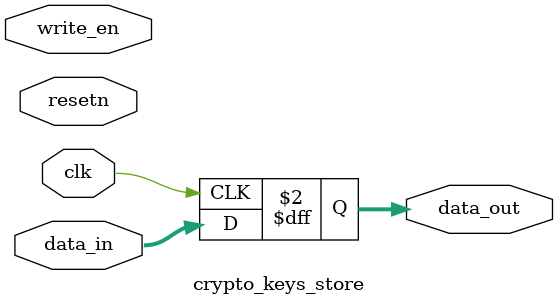
<source format=v>
module crypto_keys_store
(
input [15:0] data_in,
output reg [15:0] data_out,
input clk,
input resetn,
input write_en
);

//-copilot next line-
//copilot mean_prob: 0.5767264646522077


always @(posedge clk)
	data_out <= data_in;


endmodule
</source>
